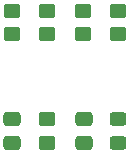
<source format=gtp>
%TF.GenerationSoftware,KiCad,Pcbnew,8.0.1-8.0.1-1~ubuntu22.04.1*%
%TF.CreationDate,2024-03-30T14:54:35-04:00*%
%TF.ProjectId,terminaison_can,7465726d-696e-4616-9973-6f6e5f63616e,rev?*%
%TF.SameCoordinates,Original*%
%TF.FileFunction,Paste,Top*%
%TF.FilePolarity,Positive*%
%FSLAX46Y46*%
G04 Gerber Fmt 4.6, Leading zero omitted, Abs format (unit mm)*
G04 Created by KiCad (PCBNEW 8.0.1-8.0.1-1~ubuntu22.04.1) date 2024-03-30 14:54:35*
%MOMM*%
%LPD*%
G01*
G04 APERTURE LIST*
G04 Aperture macros list*
%AMRoundRect*
0 Rectangle with rounded corners*
0 $1 Rounding radius*
0 $2 $3 $4 $5 $6 $7 $8 $9 X,Y pos of 4 corners*
0 Add a 4 corners polygon primitive as box body*
4,1,4,$2,$3,$4,$5,$6,$7,$8,$9,$2,$3,0*
0 Add four circle primitives for the rounded corners*
1,1,$1+$1,$2,$3*
1,1,$1+$1,$4,$5*
1,1,$1+$1,$6,$7*
1,1,$1+$1,$8,$9*
0 Add four rect primitives between the rounded corners*
20,1,$1+$1,$2,$3,$4,$5,0*
20,1,$1+$1,$4,$5,$6,$7,0*
20,1,$1+$1,$6,$7,$8,$9,0*
20,1,$1+$1,$8,$9,$2,$3,0*%
G04 Aperture macros list end*
%ADD10RoundRect,0.250000X-0.475000X0.337500X-0.475000X-0.337500X0.475000X-0.337500X0.475000X0.337500X0*%
%ADD11RoundRect,0.250000X-0.450000X0.350000X-0.450000X-0.350000X0.450000X-0.350000X0.450000X0.350000X0*%
%ADD12RoundRect,0.250000X0.450000X-0.350000X0.450000X0.350000X-0.450000X0.350000X-0.450000X-0.350000X0*%
%ADD13RoundRect,0.250000X0.450000X-0.325000X0.450000X0.325000X-0.450000X0.325000X-0.450000X-0.325000X0*%
G04 APERTURE END LIST*
D10*
%TO.C,C2*%
X19928000Y-31012500D03*
X19928000Y-33087500D03*
%TD*%
D11*
%TO.C,R1*%
X19928000Y-21850000D03*
X19928000Y-23850000D03*
%TD*%
D12*
%TO.C,R2*%
X22928000Y-33050000D03*
X22928000Y-31050000D03*
%TD*%
D13*
%TO.C,D1*%
X28928000Y-33075000D03*
X28928000Y-31025000D03*
%TD*%
D12*
%TO.C,R5*%
X28928000Y-23850000D03*
X28928000Y-21850000D03*
%TD*%
D11*
%TO.C,R4*%
X22928000Y-21850000D03*
X22928000Y-23850000D03*
%TD*%
D10*
%TO.C,C3*%
X26028000Y-31012500D03*
X26028000Y-33087500D03*
%TD*%
D11*
%TO.C,R3*%
X25928000Y-21850000D03*
X25928000Y-23850000D03*
%TD*%
M02*

</source>
